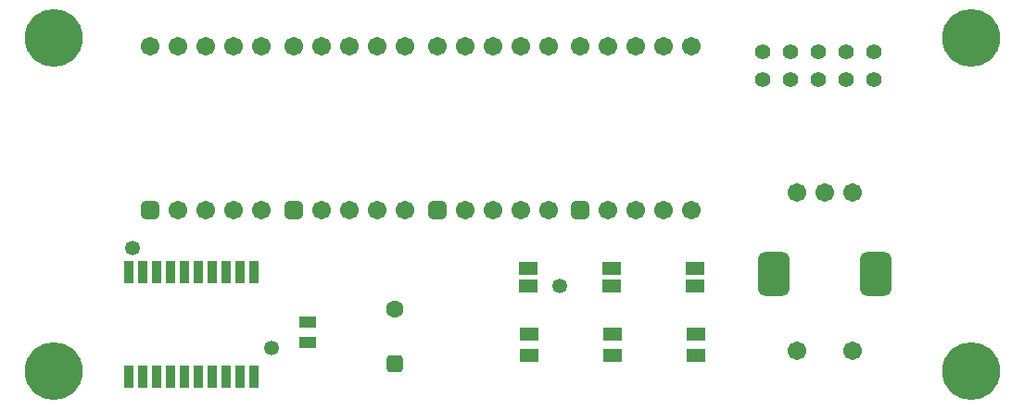
<source format=gbr>
%TF.GenerationSoftware,Altium Limited,Altium Designer,22.4.2 (48)*%
G04 Layer_Color=8388736*
%FSLAX26Y26*%
%MOIN*%
%TF.SameCoordinates,DC04713F-A1B7-43D7-85F6-64DFF616D11F*%
%TF.FilePolarity,Negative*%
%TF.FileFunction,Soldermask,Top*%
%TF.Part,Single*%
G01*
G75*
%TA.AperFunction,ComponentPad*%
%ADD21C,0.055000*%
%TA.AperFunction,SMDPad,CuDef*%
%ADD29R,0.059181X0.043433*%
%ADD30R,0.035559X0.082803*%
%ADD31R,0.065087X0.047370*%
%ADD32R,0.065874X0.048157*%
%TA.AperFunction,ViaPad*%
%ADD33C,0.208000*%
%TA.AperFunction,ComponentPad*%
G04:AMPARAMS|DCode=34|XSize=63.118mil|YSize=63.118mil|CornerRadius=17.779mil|HoleSize=0mil|Usage=FLASHONLY|Rotation=270.000|XOffset=0mil|YOffset=0mil|HoleType=Round|Shape=RoundedRectangle|*
%AMROUNDEDRECTD34*
21,1,0.063118,0.027559,0,0,270.0*
21,1,0.027559,0.063118,0,0,270.0*
1,1,0.035559,-0.013780,-0.013780*
1,1,0.035559,-0.013780,0.013780*
1,1,0.035559,0.013780,0.013780*
1,1,0.035559,0.013780,-0.013780*
%
%ADD34ROUNDEDRECTD34*%
%ADD35C,0.063118*%
G04:AMPARAMS|DCode=36|XSize=161.543mil|YSize=114.299mil|CornerRadius=30.575mil|HoleSize=0mil|Usage=FLASHONLY|Rotation=90.000|XOffset=0mil|YOffset=0mil|HoleType=Round|Shape=RoundedRectangle|*
%AMROUNDEDRECTD36*
21,1,0.161543,0.053150,0,0,90.0*
21,1,0.100394,0.114299,0,0,90.0*
1,1,0.061150,0.026575,0.050197*
1,1,0.061150,0.026575,-0.050197*
1,1,0.061150,-0.026575,-0.050197*
1,1,0.061150,-0.026575,0.050197*
%
%ADD36ROUNDEDRECTD36*%
%ADD37C,0.067055*%
G04:AMPARAMS|DCode=38|XSize=67.055mil|YSize=67.055mil|CornerRadius=18.764mil|HoleSize=0mil|Usage=FLASHONLY|Rotation=0.000|XOffset=0mil|YOffset=0mil|HoleType=Round|Shape=RoundedRectangle|*
%AMROUNDEDRECTD38*
21,1,0.067055,0.029527,0,0,0.0*
21,1,0.029527,0.067055,0,0,0.0*
1,1,0.037528,0.014764,-0.014764*
1,1,0.037528,-0.014764,-0.014764*
1,1,0.037528,-0.014764,0.014764*
1,1,0.037528,0.014764,0.014764*
%
%ADD38ROUNDEDRECTD38*%
%TA.AperFunction,ViaPad*%
%ADD39C,0.053000*%
D21*
X3700000Y4800000D02*
D03*
X3800000D02*
D03*
X3900000D02*
D03*
X4000000D02*
D03*
X4100000D02*
D03*
Y4700000D02*
D03*
X4000000D02*
D03*
X3900000D02*
D03*
X3800000D02*
D03*
X3700000D02*
D03*
D29*
X2066000Y3752598D02*
D03*
Y3827402D02*
D03*
D30*
X1870000Y4007976D02*
D03*
X1820000D02*
D03*
X1770000D02*
D03*
X1720000D02*
D03*
X1670000D02*
D03*
X1620000D02*
D03*
X1570000D02*
D03*
X1520000D02*
D03*
X1470000D02*
D03*
X1420000D02*
D03*
Y3630024D02*
D03*
X1470000D02*
D03*
X1520000D02*
D03*
X1570000D02*
D03*
X1620000D02*
D03*
X1670000D02*
D03*
X1720000D02*
D03*
X1770000D02*
D03*
X1820000D02*
D03*
X1870000D02*
D03*
D31*
X3460000Y3708598D02*
D03*
Y3783402D02*
D03*
X3160000Y3708598D02*
D03*
Y3783402D02*
D03*
X2860000Y3708598D02*
D03*
Y3783402D02*
D03*
D32*
X3457000Y3956504D02*
D03*
Y4019496D02*
D03*
X3157000Y3956504D02*
D03*
Y4019496D02*
D03*
X2857000Y3956504D02*
D03*
Y4019496D02*
D03*
D33*
X1150000Y3650000D02*
D03*
X4450000D02*
D03*
Y4850000D02*
D03*
X1150000D02*
D03*
D34*
X2377000Y3676574D02*
D03*
D35*
Y3873426D02*
D03*
D36*
X4108070Y4000000D02*
D03*
X3741930D02*
D03*
D37*
X3925000Y4295276D02*
D03*
X3826574D02*
D03*
X4023426D02*
D03*
X3826574Y3724410D02*
D03*
X4023426D02*
D03*
X3146000Y4230448D02*
D03*
X3246000D02*
D03*
X3346000D02*
D03*
X3446000D02*
D03*
Y4821000D02*
D03*
X3346000D02*
D03*
X3246000D02*
D03*
X3146000D02*
D03*
X3046000D02*
D03*
X2630000Y4230448D02*
D03*
X2730000D02*
D03*
X2830000D02*
D03*
X2930000D02*
D03*
Y4821000D02*
D03*
X2830000D02*
D03*
X2730000D02*
D03*
X2630000D02*
D03*
X2530000D02*
D03*
X2114000Y4230448D02*
D03*
X2214000D02*
D03*
X2314000D02*
D03*
X2414000D02*
D03*
Y4821000D02*
D03*
X2314000D02*
D03*
X2214000D02*
D03*
X2114000D02*
D03*
X2014000D02*
D03*
X1598426Y4229724D02*
D03*
X1698426D02*
D03*
X1798426D02*
D03*
X1898426D02*
D03*
Y4820276D02*
D03*
X1798426D02*
D03*
X1698426D02*
D03*
X1598426D02*
D03*
X1498426D02*
D03*
D38*
X3046000Y4230448D02*
D03*
X2530000D02*
D03*
X2014000D02*
D03*
X1498426Y4229724D02*
D03*
D39*
X1935000Y3734000D02*
D03*
X2972000Y3956504D02*
D03*
X1434000Y4093000D02*
D03*
%TF.MD5,9b6eb5a52c61a324b022e7215971ab63*%
M02*

</source>
